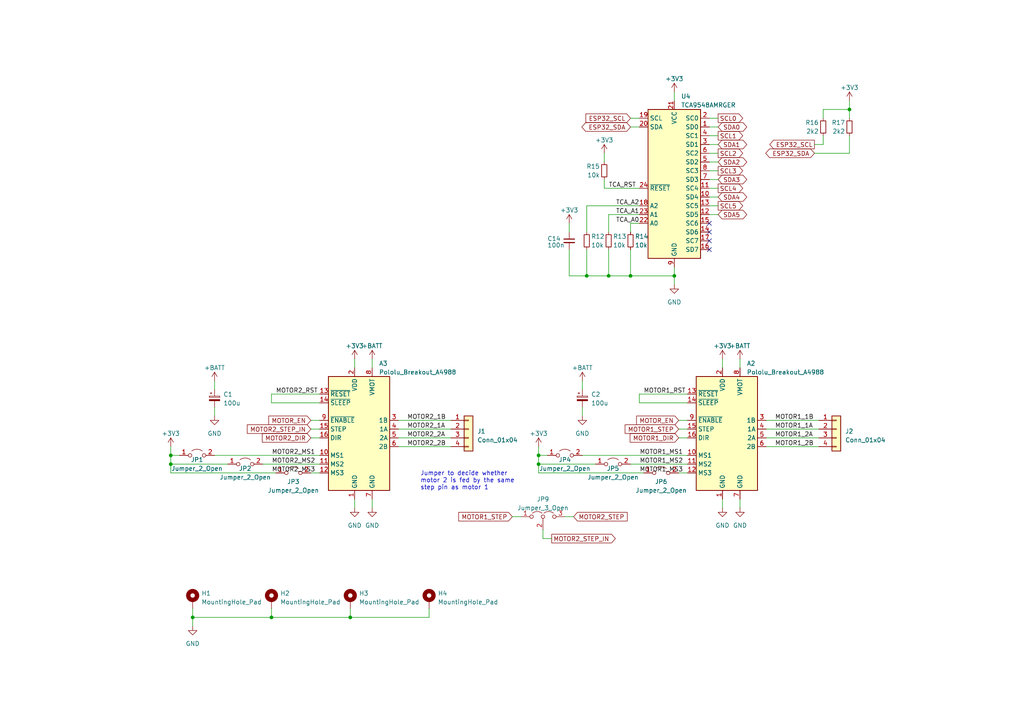
<source format=kicad_sch>
(kicad_sch (version 20230121) (generator eeschema)
  (paper "A4")
  (lib_symbols
    (symbol "Connector_Generic:Conn_01x04" (pin_names (offset 1.016) hide)
      (property "Reference" "J" (at 0 5.08 0))
      (property "Value" "Conn_01x04" (at 0 -7.62 0))
      (symbol "Conn_01x04_1_1"
        (rectangle (start -1.27 -4.953) (end 0 -5.207) (stroke (width 0.1524)))
        (rectangle (start -1.27 -2.413) (end 0 -2.667) (stroke (width 0.1524)))
        (rectangle (start -1.27 0.127) (end 0 -0.127) (stroke (width 0.1524)))
        (rectangle (start -1.27 2.667) (end 0 2.413) (stroke (width 0.1524)))
        (rectangle (start -1.27 3.81) (end 1.27 -6.35) (stroke (width 0.254)) (fill (type background)))
        (pin passive line (at -5.08 2.54 0) (length 3.81) (name "Pin_1") (number "1"))
        (pin passive line (at -5.08 0 0) (length 3.81) (name "Pin_2") (number "2"))
        (pin passive line (at -5.08 -2.54 0) (length 3.81) (name "Pin_3") (number "3"))
        (pin passive line (at -5.08 -5.08 0) (length 3.81) (name "Pin_4") (number "4"))
      )
    )
    (symbol "Device:C_Polarized_Small" (pin_numbers hide) (pin_names (offset 0.254) hide)
      (property "Reference" "C" (at 0.254 1.778 0))
      (property "Value" "C_Polarized_Small" (at 0.254 -2.032 0))
      (symbol "C_Polarized_Small_0_1"
        (rectangle (start -1.524 -0.3048) (end 1.524 -0.6858) (fill (type outline)))
        (rectangle (start -1.524 0.6858) (end 1.524 0.3048))
        (polyline (pts (xy -1.27 1.524) (xy -0.762 1.524)))
        (polyline (pts (xy -1.016 1.27) (xy -1.016 1.778)))
      )
      (symbol "C_Polarized_Small_1_1"
        (pin passive line (at 0 2.54 270) (length 1.8542) (name "~") (number "1"))
        (pin passive line (at 0 -2.54 90) (length 1.8542) (name "~") (number "2"))
      )
    )
    (symbol "Device:C_Small" (pin_numbers hide) (pin_names (offset 0.254) hide)
      (property "Reference" "C" (at 0.254 1.778 0))
      (property "Value" "C_Small" (at 0.254 -2.032 0))
      (symbol "C_Small_0_1"
        (polyline (pts (xy -1.524 -0.508) (xy 1.524 -0.508)) (stroke (width 0.3302)))
        (polyline (pts (xy -1.524 0.508) (xy 1.524 0.508)) (stroke (width 0.3048)))
      )
      (symbol "C_Small_1_1"
        (pin passive line (at 0 2.54 270) (length 2.032) (name "~") (number "1"))
        (pin passive line (at 0 -2.54 90) (length 2.032) (name "~") (number "2"))
      )
    )
    (symbol "Device:LED_Small" (pin_numbers hide) (pin_names (offset 0.254) hide)
      (property "Reference" "D" (at -1.27 3.175 0))
      (property "Value" "LED_Small" (at -4.445 -2.54 0))
      (symbol "LED_Small_0_1"
        (polyline (pts (xy -0.762 -1.016) (xy -0.762 1.016)) (stroke (width 0.254)))
        (polyline (pts (xy 1.016 0) (xy -0.762 0)))
        (polyline (pts (xy 0.762 -1.016) (xy -0.762 0) (xy 0.762 1.016) (xy 0.762 -1.016)) (stroke (width 0.254)))
        (polyline (pts (xy 0 0.762) (xy -0.508 1.27) (xy -0.254 1.27) (xy -0.508 1.27) (xy -0.508 1.016)))
        (polyline (pts (xy 0.508 1.27) (xy 0 1.778) (xy 0.254 1.778) (xy 0 1.778) (xy 0 1.524)))
      )
      (symbol "LED_Small_1_1"
        (pin passive line (at -2.54 0 0) (length 1.778) (name "K") (number "1"))
        (pin passive line (at 2.54 0 180) (length 1.778) (name "A") (number "2"))
      )
    )
    (symbol "Device:R_Small" (pin_numbers hide) (pin_names (offset 0.254) hide)
      (property "Reference" "R" (at 0.762 0.508 0))
      (property "Value" "R_Small" (at 0.762 -1.016 0))
      (symbol "R_Small_0_1"
        (rectangle (start -0.762 1.778) (end 0.762 -1.778) (stroke (width 0.2032)))
      )
      (symbol "R_Small_1_1"
        (pin passive line (at 0 2.54 270) (length 0.762) (name "~") (number "1"))
        (pin passive line (at 0 -2.54 90) (length 0.762) (name "~") (number "2"))
      )
    )
    (symbol "Driver_Motor:Pololu_Breakout_A4988"
      (property "Reference" "A" (at -2.54 19.05 0))
      (property "Value" "Pololu_Breakout_A4988" (at -2.54 16.51 0))
      (symbol "Pololu_Breakout_A4988_0_1"
        (rectangle (start 10.16 -17.78) (end -7.62 15.24) (stroke (width 0.254)) (fill (type background)))
      )
      (symbol "Pololu_Breakout_A4988_1_1"
        (pin power_in line (at 0 -20.32 90) (length 2.54) (name "GND") (number "1"))
        (pin input line (at -10.16 -7.62 0) (length 2.54) (name "MS1") (number "10"))
        (pin input line (at -10.16 -10.16 0) (length 2.54) (name "MS2") (number "11"))
        (pin input line (at -10.16 -12.7 0) (length 2.54) (name "MS3") (number "12"))
        (pin input line (at -10.16 10.16 0) (length 2.54) (name "~{RESET}") (number "13"))
        (pin input line (at -10.16 7.62 0) (length 2.54) (name "~{SLEEP}") (number "14"))
        (pin input line (at -10.16 0 0) (length 2.54) (name "STEP") (number "15"))
        (pin input line (at -10.16 -2.54 0) (length 2.54) (name "DIR") (number "16"))
        (pin power_in line (at 0 17.78 270) (length 2.54) (name "VDD") (number "2"))
        (pin output line (at 12.7 2.54 180) (length 2.54) (name "1B") (number "3"))
        (pin output line (at 12.7 0 180) (length 2.54) (name "1A") (number "4"))
        (pin output line (at 12.7 -2.54 180) (length 2.54) (name "2A") (number "5"))
        (pin output line (at 12.7 -5.08 180) (length 2.54) (name "2B") (number "6"))
        (pin power_in line (at 5.08 -20.32 90) (length 2.54) (name "GND") (number "7"))
        (pin power_in line (at 5.08 17.78 270) (length 2.54) (name "VMOT") (number "8"))
        (pin input line (at -10.16 2.54 0) (length 2.54) (name "~{ENABLE}") (number "9"))
      )
    )
    (symbol "Interface_Expansion:TCA9548AMRGER"
      (property "Reference" "U4" (at 1.9559 24.13 0))
      (property "Value" "TCA9548AMRGER" (at 1.9559 21.59 0))
      (symbol "TCA9548AMRGER_0_1"
        (rectangle (start -7.62 20.32) (end 7.62 -22.86) (stroke (width 0.254)) (fill (type background)))
      )
      (symbol "TCA9548AMRGER_1_1"
        (pin bidirectional line (at 10.16 15.24 180) (length 2.54) (name "SD0") (number "1"))
        (pin bidirectional line (at 10.16 -5.08 180) (length 2.54) (name "SD4") (number "10"))
        (pin output line (at 10.16 -2.54 180) (length 2.54) (name "SC4") (number "11"))
        (pin bidirectional line (at 10.16 -10.16 180) (length 2.54) (name "SD5") (number "12"))
        (pin output line (at 10.16 -7.62 180) (length 2.54) (name "SC5") (number "13"))
        (pin bidirectional line (at 10.16 -15.24 180) (length 2.54) (name "SD6") (number "14"))
        (pin output line (at 10.16 -12.7 180) (length 2.54) (name "SC6") (number "15"))
        (pin bidirectional line (at 10.16 -20.32 180) (length 2.54) (name "SD7") (number "16"))
        (pin output line (at 10.16 -17.78 180) (length 2.54) (name "SC7") (number "17"))
        (pin input line (at -10.16 -7.62 0) (length 2.54) (name "A2") (number "18"))
        (pin input line (at -10.16 17.78 0) (length 2.54) (name "SCL") (number "19"))
        (pin output line (at 10.16 17.78 180) (length 2.54) (name "SC0") (number "2"))
        (pin bidirectional line (at -10.16 15.24 0) (length 2.54) (name "SDA") (number "20"))
        (pin power_in line (at 0 22.86 270) (length 2.54) (name "VCC") (number "21"))
        (pin input line (at -10.16 -12.7 0) (length 2.54) (name "A0") (number "22"))
        (pin input line (at -10.16 -10.16 0) (length 2.54) (name "A1") (number "23"))
        (pin input line (at -10.16 -2.54 0) (length 2.54) (name "~{RESET}") (number "24"))
        (pin no_connect line (at -7.62 -15.24 0) (length 2.54) hide (name "1EP") (number "25"))
        (pin bidirectional line (at 10.16 10.16 180) (length 2.54) (name "SD1") (number "3"))
        (pin output line (at 10.16 12.7 180) (length 2.54) (name "SC1") (number "4"))
        (pin bidirectional line (at 10.16 5.08 180) (length 2.54) (name "SD2") (number "5"))
        (pin output line (at 10.16 7.62 180) (length 2.54) (name "SC2") (number "6"))
        (pin bidirectional line (at 10.16 0 180) (length 2.54) (name "SD3") (number "7"))
        (pin output line (at 10.16 2.54 180) (length 2.54) (name "SC3") (number "8"))
        (pin power_in line (at 0 -25.4 90) (length 2.54) (name "GND") (number "9"))
      )
    )
    (symbol "Jumper:Jumper_2_Open" (pin_names (offset 0) hide)
      (property "Reference" "JP" (at 0 2.794 0))
      (property "Value" "Jumper_2_Open" (at 0 -2.286 0))
      (symbol "Jumper_2_Open_0_0"
        (circle (center -2.032 0) (radius 0.508))
        (circle (center 2.032 0) (radius 0.508))
      )
      (symbol "Jumper_2_Open_0_1"
        (arc (start 1.524 1.27) (mid 0 1.778) (end -1.524 1.27))
      )
      (symbol "Jumper_2_Open_1_1"
        (pin passive line (at -5.08 0 0) (length 2.54) (name "A") (number "1"))
        (pin passive line (at 5.08 0 180) (length 2.54) (name "B") (number "2"))
      )
    )
    (symbol "Jumper:Jumper_3_Open" (pin_names (offset 0) hide)
      (property "Reference" "JP" (at -2.54 -2.54 0))
      (property "Value" "Jumper_3_Open" (at 0 2.794 0))
      (symbol "Jumper_3_Open_0_0"
        (circle (center -3.302 0) (radius 0.508))
        (circle (center 0 0) (radius 0.508))
        (circle (center 3.302 0) (radius 0.508))
      )
      (symbol "Jumper_3_Open_0_1"
        (arc (start -0.254 1.016) (mid -1.651 1.4992) (end -3.048 1.016))
        (polyline (pts (xy 0 -0.508) (xy 0 -1.27)))
        (arc (start 3.048 1.016) (mid 1.651 1.4992) (end 0.254 1.016))
      )
      (symbol "Jumper_3_Open_1_1"
        (pin passive line (at -6.35 0 0) (length 2.54) (name "A") (number "1"))
        (pin passive line (at 0 -3.81 90) (length 2.54) (name "C") (number "2"))
        (pin passive line (at 6.35 0 180) (length 2.54) (name "B") (number "3"))
      )
    )
    (symbol "Mechanical:MountingHole_Pad" (pin_numbers hide) (pin_names (offset 1.016) hide)
      (property "Reference" "H" (at 0 6.35 0))
      (property "Value" "MountingHole_Pad" (at 0 4.445 0))
      (symbol "MountingHole_Pad_0_1"
        (circle (center 0 1.27) (radius 1.27) (stroke (width 1.27)))
      )
      (symbol "MountingHole_Pad_1_1"
        (pin input line (at 0 -2.54 90) (length 2.54) (name "1") (number "1"))
      )
    )
    (symbol "Personal Library:UNO_R3_SHIELD"
      (property "Reference" "A1" (at -7.62 26.67 0))
      (property "Value" "UNO_R3_SHIELD" (at -7.62 24.13 0))
      (symbol "UNO_R3_SHIELD_0_1"
        (rectangle (start -10.16 21.59) (end 10.16 -21.59) (stroke (width 0.254)) (fill (type background)))
      )
      (symbol "UNO_R3_SHIELD_1_1"
        (pin bidirectional line (at -12.7 19.05 0) (length 2.54) (name "D0/RX") (number "15"))
        (pin bidirectional line (at -12.7 16.51 0) (length 2.54) (name "D1/TX") (number "16"))
        (pin bidirectional line (at -12.7 13.97 0) (length 2.54) (name "D2") (number "17"))
        (pin bidirectional line (at -12.7 11.43 0) (length 2.54) (name "D3") (number "18"))
        (pin bidirectional line (at -12.7 8.89 0) (length 2.54) (name "D4") (number "19"))
        (pin bidirectional line (at -12.7 6.35 0) (length 2.54) (name "D5") (number "20"))
        (pin bidirectional line (at -12.7 3.81 0) (length 2.54) (name "D6") (number "21"))
        (pin bidirectional line (at -12.7 1.27 0) (length 2.54) (name "D7") (number "22"))
        (pin bidirectional line (at -12.7 -1.27 0) (length 2.54) (name "D8") (number "23"))
        (pin bidirectional line (at -12.7 -3.81 0) (length 2.54) (name "D9") (number "24"))
        (pin bidirectional line (at -12.7 -6.35 0) (length 2.54) (name "D10") (number "25"))
        (pin bidirectional line (at -12.7 -8.89 0) (length 2.54) (name "D11") (number "26"))
        (pin bidirectional line (at -12.7 -11.43 0) (length 2.54) (name "D12") (number "27"))
        (pin bidirectional line (at -12.7 -13.97 0) (length 2.54) (name "D13") (number "28"))
        (pin power_in line (at 3.81 -24.13 90) (length 2.54) (name "GND") (number "29"))
        (pin no_connect line (at 12.7 -13.97 180) (length 2.54) (name "NC") (number "30"))
        (pin bidirectional line (at -12.7 -16.51 0) (length 2.54) (name "SDA/D14") (number "31"))
        (pin bidirectional line (at -12.7 -19.05 0) (length 2.54) (name "SCL/D15") (number "32"))
      )
    )
    (symbol "power:+3V3" (power) (pin_names (offset 0))
      (property "Value" "+3V3" (at 0 3.556 0))
      (symbol "+3V3_0_1"
        (polyline (pts (xy -0.762 1.27) (xy 0 2.54)))
        (polyline (pts (xy 0 0) (xy 0 2.54)))
        (polyline (pts (xy 0 2.54) (xy 0.762 1.27)))
      )
      (symbol "+3V3_1_1"
        (pin power_in line (at 0 0 90) (length 0) hide (name "+3V3") (number "1"))
      )
    )
    (symbol "power:+BATT" (power) (pin_names (offset 0))
      (property "Value" "+BATT" (at 0 3.556 0))
      (symbol "+BATT_0_1"
        (polyline (pts (xy -0.762 1.27) (xy 0 2.54)))
        (polyline (pts (xy 0 0) (xy 0 2.54)))
        (polyline (pts (xy 0 2.54) (xy 0.762 1.27)))
      )
      (symbol "+BATT_1_1"
        (pin power_in line (at 0 0 90) (length 0) hide (name "+BATT") (number "1"))
      )
    )
    (symbol "power:GND" (power) (pin_names (offset 0))
      (property "Value" "GND" (at 0 -3.81 0))
      (symbol "GND_0_1"
        (polyline (pts (xy 0 0) (xy 0 -1.27) (xy 1.27 -1.27) (xy 0 -2.54) (xy -1.27 -1.27) (xy 0 -1.27)))
      )
      (symbol "GND_1_1"
        (pin power_in line (at 0 0 270) (length 0) hide (name "GND") (number "1"))
      )
    )
  )
  (junction (at 170.18 80.01))
  (junction (at 49.53 134.62))
  (junction (at 182.88 80.01))
  (junction (at 49.53 132.08))
  (junction (at 156.21 132.08))
  (junction (at 78.74 179.07))
  (junction (at 176.53 80.01))
  (junction (at 246.38 31.75))
  (junction (at 156.21 134.62))
  (junction (at 195.58 80.01))
  (junction (at 55.88 179.07))
  (junction (at 101.6 179.07))
  (no_connect (at 358.14 33.02))
  (no_connect (at 205.74 64.77))
  (no_connect (at 205.74 72.39))
  (no_connect (at 358.14 35.56))
  (no_connect (at 358.14 38.1))
  (no_connect (at 358.14 30.48))
  (no_connect (at 358.14 25.4))
  (no_connect (at 358.14 27.94))
  (no_connect (at 358.14 43.18))
  (no_connect (at 358.14 40.64))
  (no_connect (at 205.74 69.85))
  (no_connect (at 205.74 67.31))
  (no_connect (at 358.14 22.86))
  (wire (pts (xy 55.88 179.07) (xy 55.88 176.53)))
  (wire (pts (xy 182.88 67.31) (xy 182.88 64.77)))
  (wire (pts (xy 355.6 50.8) (xy 358.14 50.8)))
  (wire (pts (xy 130.81 124.46) (xy 115.57 124.46)))
  (wire (pts (xy 195.58 26.67) (xy 195.58 29.21)))
  (wire (pts (xy 62.23 132.08) (xy 92.71 132.08)))
  (wire (pts (xy 339.09 45.72) (xy 358.14 45.72)))
  (wire (pts (xy 208.28 34.29) (xy 205.74 34.29)))
  (wire (pts (xy 176.53 62.23) (xy 185.42 62.23)))
  (wire (pts (xy 130.81 121.92) (xy 115.57 121.92)))
  (wire (pts (xy 168.91 118.11) (xy 168.91 120.65)))
  (wire (pts (xy 62.23 110.49) (xy 62.23 113.03)))
  (wire (pts (xy 49.53 132.08) (xy 52.07 132.08)))
  (wire (pts (xy 195.58 82.55) (xy 195.58 80.01)))
  (wire (pts (xy 182.88 72.39) (xy 182.88 80.01)))
  (wire (pts (xy 175.26 44.45) (xy 175.26 46.99)))
  (wire (pts (xy 90.17 137.16) (xy 92.71 137.16)))
  (wire (pts (xy 214.63 104.14) (xy 214.63 106.68)))
  (wire (pts (xy 168.91 132.08) (xy 199.39 132.08)))
  (wire (pts (xy 156.21 132.08) (xy 156.21 134.62)))
  (wire (pts (xy 182.88 134.62) (xy 199.39 134.62)))
  (wire (pts (xy 156.21 134.62) (xy 172.72 134.62)))
  (wire (pts (xy 166.37 149.86) (xy 163.83 149.86)))
  (wire (pts (xy 107.95 104.14) (xy 107.95 106.68)))
  (wire (pts (xy 355.6 48.26) (xy 358.14 48.26)))
  (wire (pts (xy 237.49 121.92) (xy 222.25 121.92)))
  (wire (pts (xy 78.74 116.84) (xy 78.74 114.3)))
  (wire (pts (xy 62.23 118.11) (xy 62.23 120.65)))
  (wire (pts (xy 205.74 39.37) (xy 208.28 39.37)))
  (wire (pts (xy 182.88 36.83) (xy 185.42 36.83)))
  (wire (pts (xy 355.6 20.32) (xy 358.14 20.32)))
  (wire (pts (xy 90.17 124.46) (xy 92.71 124.46)))
  (wire (pts (xy 182.88 34.29) (xy 185.42 34.29)))
  (wire (pts (xy 237.49 124.46) (xy 222.25 124.46)))
  (wire (pts (xy 49.53 132.08) (xy 49.53 134.62)))
  (wire (pts (xy 55.88 179.07) (xy 55.88 181.61)))
  (wire (pts (xy 182.88 64.77) (xy 185.42 64.77)))
  (wire (pts (xy 156.21 132.08) (xy 158.75 132.08)))
  (wire (pts (xy 237.49 129.54) (xy 222.25 129.54)))
  (wire (pts (xy 205.74 59.69) (xy 208.28 59.69)))
  (wire (pts (xy 209.55 104.14) (xy 209.55 106.68)))
  (wire (pts (xy 236.22 41.91) (xy 238.76 41.91)))
  (wire (pts (xy 165.1 72.39) (xy 165.1 80.01)))
  (wire (pts (xy 78.74 179.07) (xy 55.88 179.07)))
  (wire (pts (xy 374.65 63.5) (xy 374.65 60.96)))
  (wire (pts (xy 205.74 44.45) (xy 208.28 44.45)))
  (wire (pts (xy 238.76 41.91) (xy 238.76 39.37)))
  (wire (pts (xy 78.74 116.84) (xy 92.71 116.84)))
  (wire (pts (xy 355.6 17.78) (xy 358.14 17.78)))
  (wire (pts (xy 148.59 149.86) (xy 151.13 149.86)))
  (wire (pts (xy 176.53 67.31) (xy 176.53 62.23)))
  (wire (pts (xy 237.49 127) (xy 222.25 127)))
  (wire (pts (xy 165.1 80.01) (xy 170.18 80.01)))
  (wire (pts (xy 339.09 53.34) (xy 339.09 55.88)))
  (wire (pts (xy 76.2 134.62) (xy 92.71 134.62)))
  (wire (pts (xy 196.85 124.46) (xy 199.39 124.46)))
  (wire (pts (xy 175.26 54.61) (xy 185.42 54.61)))
  (wire (pts (xy 170.18 72.39) (xy 170.18 80.01)))
  (wire (pts (xy 101.6 179.07) (xy 78.74 179.07)))
  (wire (pts (xy 90.17 127) (xy 92.71 127)))
  (wire (pts (xy 90.17 121.92) (xy 92.71 121.92)))
  (wire (pts (xy 101.6 176.53) (xy 101.6 179.07)))
  (wire (pts (xy 185.42 114.3) (xy 199.39 114.3)))
  (wire (pts (xy 49.53 129.54) (xy 49.53 132.08)))
  (wire (pts (xy 49.53 137.16) (xy 80.01 137.16)))
  (wire (pts (xy 156.21 129.54) (xy 156.21 132.08)))
  (wire (pts (xy 176.53 72.39) (xy 176.53 80.01)))
  (wire (pts (xy 176.53 80.01) (xy 182.88 80.01)))
  (wire (pts (xy 339.09 48.26) (xy 339.09 45.72)))
  (wire (pts (xy 205.74 49.53) (xy 208.28 49.53)))
  (wire (pts (xy 355.6 55.88) (xy 358.14 55.88)))
  (wire (pts (xy 205.74 54.61) (xy 208.28 54.61)))
  (wire (pts (xy 124.46 179.07) (xy 101.6 179.07)))
  (wire (pts (xy 124.46 176.53) (xy 124.46 179.07)))
  (wire (pts (xy 182.88 80.01) (xy 195.58 80.01)))
  (wire (pts (xy 196.85 127) (xy 199.39 127)))
  (wire (pts (xy 157.48 153.67) (xy 157.48 156.21)))
  (wire (pts (xy 157.48 156.21) (xy 160.02 156.21)))
  (wire (pts (xy 246.38 44.45) (xy 246.38 39.37)))
  (wire (pts (xy 236.22 44.45) (xy 246.38 44.45)))
  (wire (pts (xy 238.76 31.75) (xy 246.38 31.75)))
  (wire (pts (xy 196.85 121.92) (xy 199.39 121.92)))
  (wire (pts (xy 209.55 147.32) (xy 209.55 144.78)))
  (wire (pts (xy 339.09 63.5) (xy 339.09 60.96)))
  (wire (pts (xy 49.53 134.62) (xy 49.53 137.16)))
  (wire (pts (xy 185.42 116.84) (xy 199.39 116.84)))
  (wire (pts (xy 168.91 110.49) (xy 168.91 113.03)))
  (wire (pts (xy 205.74 62.23) (xy 208.28 62.23)))
  (wire (pts (xy 78.74 176.53) (xy 78.74 179.07)))
  (wire (pts (xy 205.74 57.15) (xy 208.28 57.15)))
  (wire (pts (xy 205.74 52.07) (xy 208.28 52.07)))
  (wire (pts (xy 246.38 29.21) (xy 246.38 31.75)))
  (wire (pts (xy 156.21 134.62) (xy 156.21 137.16)))
  (wire (pts (xy 175.26 54.61) (xy 175.26 52.07)))
  (wire (pts (xy 107.95 147.32) (xy 107.95 144.78)))
  (wire (pts (xy 78.74 114.3) (xy 92.71 114.3)))
  (wire (pts (xy 170.18 67.31) (xy 170.18 59.69)))
  (wire (pts (xy 355.6 53.34) (xy 358.14 53.34)))
  (wire (pts (xy 185.42 116.84) (xy 185.42 114.3)))
  (wire (pts (xy 102.87 147.32) (xy 102.87 144.78)))
  (wire (pts (xy 49.53 134.62) (xy 66.04 134.62)))
  (wire (pts (xy 246.38 31.75) (xy 246.38 34.29)))
  (wire (pts (xy 156.21 137.16) (xy 186.69 137.16)))
  (wire (pts (xy 205.74 46.99) (xy 208.28 46.99)))
  (wire (pts (xy 205.74 41.91) (xy 208.28 41.91)))
  (wire (pts (xy 195.58 80.01) (xy 195.58 77.47)))
  (wire (pts (xy 102.87 104.14) (xy 102.87 106.68)))
  (wire (pts (xy 170.18 80.01) (xy 176.53 80.01)))
  (wire (pts (xy 165.1 64.77) (xy 165.1 67.31)))
  (wire (pts (xy 238.76 34.29) (xy 238.76 31.75)))
  (wire (pts (xy 170.18 59.69) (xy 185.42 59.69)))
  (wire (pts (xy 130.81 129.54) (xy 115.57 129.54)))
  (wire (pts (xy 130.81 127) (xy 115.57 127)))
  (wire (pts (xy 205.74 36.83) (xy 208.28 36.83)))
  (wire (pts (xy 196.85 137.16) (xy 199.39 137.16)))
  (wire (pts (xy 214.63 147.32) (xy 214.63 144.78)))
  (text "Jumper to decide whether\nmotor 2 is fed by the same\nstep pin as motor 1" (at 121.92 142.24 0) (effects (font (size 1.27 1.27)) (justify left bottom)))
  (label "TCA_RST" (at 176.53 54.61 0))
  (label "MOTOR1_RST" (at 186.69 114.3 0))
  (label "FPGA_LED_K" (at 339.09 55.88 180))
  (label "FPGA_LED_A" (at 342.9 45.72 0))
  (label "MOTOR2_MS3" (at 91.44 137.16 180))
  (label "MOTOR2_MS1" (at 91.44 132.08 180))
  (label "MOTOR2_MS2" (at 91.44 134.62 180))
  (label "MOTOR1_1A" (at 224.79 124.46 0))
  (label "MOTOR1_MS3" (at 198.12 137.16 180))
  (label "MOTOR2_1A" (at 118.11 124.46 0))
  (label "MOTOR1_1B" (at 224.79 121.92 0))
  (label "MOTOR1_2A" (at 224.79 127 0))
  (label "MOTOR2_1B" (at 118.11 121.92 0))
  (label "MOTOR1_2B" (at 224.79 129.54 0))
  (label "TCA_A0" (at 185.42 64.77 180))
  (label "MOTOR2_2B" (at 118.11 129.54 0))
  (label "MOTOR2_2A" (at 118.11 127 0))
  (label "MOTOR1_MS1" (at 198.12 132.08 180))
  (label "MOTOR2_RST" (at 80.01 114.3 0))
  (label "TCA_A1" (at 185.42 62.23 180))
  (label "TCA_A2" (at 185.42 59.69 180))
  (label "MOTOR1_MS2" (at 198.12 134.62 180))
  (global_label "ESP32_SCL" (shape output) (at 236.22 41.91 180) (property "Intersheetrefs" "${INTERSHEET_REFS}" (effects hide)))
  (global_label "MOTOR1_STEP" (shape input) (at 196.85 124.46 180) (property "Intersheetrefs" "${INTERSHEET_REFS}" (effects hide)))
  (global_label "MOTOR2_STEP_IN" (shape input) (at 90.17 124.46 180) (property "Intersheetrefs" "${INTERSHEET_REFS}" (effects hide)))
  (global_label "SDA5" (shape bidirectional) (at 208.28 62.23 0) (property "Intersheetrefs" "${INTERSHEET_REFS}" (effects hide)))
  (global_label "ESP32_TX" (shape input) (at 355.6 17.78 180) (property "Intersheetrefs" "${INTERSHEET_REFS}" (effects hide)))
  (global_label "SCL1" (shape output) (at 208.28 39.37 0) (property "Intersheetrefs" "${INTERSHEET_REFS}" (effects hide)))
  (global_label "MOTOR1_STEP" (shape input) (at 148.59 149.86 180) (property "Intersheetrefs" "${INTERSHEET_REFS}" (effects hide)))
  (global_label "ESP32_SCL" (shape input) (at 182.88 34.29 180) (property "Intersheetrefs" "${INTERSHEET_REFS}" (effects hide)))
  (global_label "FPGA_GPIO" (shape bidirectional) (at 355.6 48.26 180) (property "Intersheetrefs" "${INTERSHEET_REFS}" (effects hide)))
  (global_label "SCL3" (shape output) (at 208.28 49.53 0) (property "Intersheetrefs" "${INTERSHEET_REFS}" (effects hide)))
  (global_label "MOTOR2_STEP" (shape input) (at 166.37 149.86 0) (property "Intersheetrefs" "${INTERSHEET_REFS}" (effects hide)))
  (global_label "SCL5" (shape output) (at 208.28 59.69 0) (property "Intersheetrefs" "${INTERSHEET_REFS}" (effects hide)))
  (global_label "SDA4" (shape bidirectional) (at 208.28 57.15 0) (property "Intersheetrefs" "${INTERSHEET_REFS}" (effects hide)))
  (global_label "SDA3" (shape bidirectional) (at 208.28 52.07 0) (property "Intersheetrefs" "${INTERSHEET_REFS}" (effects hide)))
  (global_label "MOTOR2_STEP_IN" (shape output) (at 160.02 156.21 0) (property "Intersheetrefs" "${INTERSHEET_REFS}" (effects hide)))
  (global_label "SCL4" (shape output) (at 208.28 54.61 0) (property "Intersheetrefs" "${INTERSHEET_REFS}" (effects hide)))
  (global_label "ESP32_RX" (shape output) (at 355.6 20.32 180) (property "Intersheetrefs" "${INTERSHEET_REFS}" (effects hide)))
  (global_label "MOTOR2_DIR" (shape input) (at 90.17 127 180) (property "Intersheetrefs" "${INTERSHEET_REFS}" (effects hide)))
  (global_label "SCL0" (shape output) (at 208.28 34.29 0) (property "Intersheetrefs" "${INTERSHEET_REFS}" (effects hide)))
  (global_label "MOTOR_EN" (shape input) (at 196.85 121.92 180) (property "Intersheetrefs" "${INTERSHEET_REFS}" (effects hide)))
  (global_label "MOTOR1_DIR" (shape input) (at 196.85 127 180) (property "Intersheetrefs" "${INTERSHEET_REFS}" (effects hide)))
  (global_label "SDA2" (shape bidirectional) (at 208.28 46.99 0) (property "Intersheetrefs" "${INTERSHEET_REFS}" (effects hide)))
  (global_label "FPGA_INT" (shape output) (at 355.6 50.8 180) (property "Intersheetrefs" "${INTERSHEET_REFS}" (effects hide)))
  (global_label "ESP32_SDA" (shape bidirectional) (at 355.6 53.34 180) (property "Intersheetrefs" "${INTERSHEET_REFS}" (effects hide)))
  (global_label "SDA0" (shape bidirectional) (at 208.28 36.83 0) (property "Intersheetrefs" "${INTERSHEET_REFS}" (effects hide)))
  (global_label "SDA1" (shape bidirectional) (at 208.28 41.91 0) (property "Intersheetrefs" "${INTERSHEET_REFS}" (effects hide)))
  (global_label "ESP32_SDA" (shape bidirectional) (at 236.22 44.45 180) (property "Intersheetrefs" "${INTERSHEET_REFS}" (effects hide)))
  (global_label "ESP32_SDA" (shape bidirectional) (at 182.88 36.83 180) (property "Intersheetrefs" "${INTERSHEET_REFS}" (effects hide)))
  (global_label "SCL2" (shape output) (at 208.28 44.45 0) (property "Intersheetrefs" "${INTERSHEET_REFS}" (effects hide)))
  (global_label "MOTOR_EN" (shape input) (at 90.17 121.92 180) (property "Intersheetrefs" "${INTERSHEET_REFS}" (effects hide)))
  (global_label "ESP32_SCL" (shape input) (at 355.6 55.88 180) (property "Intersheetrefs" "${INTERSHEET_REFS}" (effects hide)))
  (symbol (lib_id "power:+3V3") (at 165.1 64.77 0) (unit 1)
    (property "Reference" "#PWR047" (effects hide))
    (property "Value" "+3V3" (at 165.1 60.96 0))
    (instances (project "DE10-lite_shield" (path "" (reference "#PWR047") (unit 1)) (path "" (reference "#PWR011") (unit 1)) (path "" (reference "#PWR011") (unit 1))))
  )
  (symbol (lib_id "Connector_Generic:Conn_01x04") (at 135.89 124.46 0) (unit 1)
    (property "Reference" "J1" (at 138.43 125.095 0) (effects (justify left)))
    (property "Value" "Conn_01x04" (at 138.43 127.635 0) (effects (justify left)))
    (property "Footprint" "Connector_PinHeader_2.54mm:PinHeader_1x04_P2.54mm_Vertical" (effects hide))
  )
  (symbol (lib_id "Mechanical:MountingHole_Pad") (at 78.74 173.99 0) (unit 1)
    (property "Reference" "H2" (at 81.28 172.085 0) (effects (justify left)))
    (property "Value" "MountingHole_Pad" (at 81.28 174.625 0) (effects (justify left)))
    (property "Footprint" "MountingHole:MountingHole_3.2mm_M3_DIN965_Pad" (effects hide))
  )
  (symbol (lib_id "Driver_Motor:Pololu_Breakout_A4988") (at 209.55 124.46 0) (unit 1)
    (property "Reference" "A2" (at 216.5859 105.41 0) (effects (justify left)))
    (property "Value" "Pololu_Breakout_A4988" (at 216.5859 107.95 0) (effects (justify left)))
    (property "Footprint" "Module:Pololu_Breakout-16_15.2x20.3mm" (effects hide))
    (property "Datasheet" "https://www.pololu.com/product/2980/pictures" (effects hide))
    (instances (project "DE10-lite_shield" (path "" (reference "A2") (unit 1)) (path "" (reference "A3") (unit 1))))
  )
  (symbol (lib_id "power:+3V3") (at 49.53 129.54 0) (unit 1)
    (property "Reference" "#PWR05" (effects hide))
    (property "Value" "+3V3" (at 49.53 125.73 0))
  )
  (symbol (lib_id "Personal Library:UNO_R3_SHIELD") (at 370.84 36.83 0) (unit 1)
    (property "Reference" "A1" (at 363.22 10.16 0) (effects (justify left)))
    (property "Value" "UNO_R3_SHIELD" (at 363.22 12.7 0) (effects (justify left)))
    (property "Footprint" "footprints:UNO_R3_SHIELD" (effects hide))
    (property "Datasheet" "https://www.arduino.cc/en/Main/arduinoBoardUno" (effects hide))
  )
  (symbol (lib_id "Connector_Generic:Conn_01x04") (at 242.57 124.46 0) (unit 1)
    (property "Reference" "J2" (at 245.11 125.095 0) (effects (justify left)))
    (property "Value" "Conn_01x04" (at 245.11 127.635 0) (effects (justify left)))
    (property "Footprint" "Connector_PinHeader_2.54mm:PinHeader_1x04_P2.54mm_Vertical" (effects hide))
  )
  (symbol (lib_id "Jumper:Jumper_2_Open") (at 163.83 132.08 0) (unit 1)
    (property "Reference" "JP4" (at 163.83 133.35 0))
    (property "Value" "Jumper_2_Open" (at 163.83 135.89 0))
    (property "Footprint" "Connector_PinHeader_2.54mm:PinHeader_1x02_P2.54mm_Vertical" (effects hide))
    (instances (project "DE10-lite_shield" (path "" (reference "JP4") (unit 1)) (path "" (reference "JP5") (unit 1))))
  )
  (symbol (lib_id "power:GND") (at 214.63 147.32 0) (unit 1)
    (property "Reference" "#PWR020" (effects hide))
    (property "Value" "GND" (at 214.63 152.4 0))
    (instances (project "DE10-lite_shield" (path "" (reference "#PWR020") (unit 1)) (path "" (reference "#PWR024") (unit 1))))
  )
  (symbol (lib_id "power:GND") (at 55.88 181.61 0) (unit 1)
    (property "Reference" "#PWR01" (effects hide))
    (property "Value" "GND" (at 55.88 186.69 0))
  )
  (symbol (lib_id "Device:LED_Small") (at 339.09 50.8 270) (mirror x) (unit 1)
    (property "Reference" "D5" (at 336.55 50.1015 90) (effects (justify right)))
    (property "Value" "LED_B" (at 336.55 52.6415 90) (effects (justify right)))
    (property "Footprint" "LED_SMD:LED_0603_1608Metric" (effects hide))
  )
  (symbol (lib_id "power:+3V3") (at 175.26 44.45 0) (unit 1)
    (property "Reference" "#PWR045" (effects hide))
    (property "Value" "+3V3" (at 175.26 40.64 0))
    (instances (project "DE10-lite_shield" (path "" (reference "#PWR045") (unit 1)) (path "" (reference "#PWR014") (unit 1)) (path "" (reference "#PWR014") (unit 1))))
  )
  (symbol (lib_id "Device:R_Small") (at 170.18 69.85 180) (unit 1)
    (property "Reference" "R12" (at 171.45 68.58 0) (effects (justify right)))
    (property "Value" "10k" (at 171.45 71.12 0) (effects (justify right)))
    (property "Footprint" "Resistor_SMD:R_0402_1005Metric" (effects hide))
    (instances (project "DE10-lite_shield" (path "" (reference "R12") (unit 1)) (path "" (reference "R5") (unit 1)) (path "" (reference "R5") (unit 1))))
  )
  (symbol (lib_id "power:GND") (at 374.65 63.5 0) (unit 1)
    (property "Reference" "#PWR03" (effects hide))
    (property "Value" "GND" (at 374.65 68.58 0))
    (instances (project "DE10-lite_shield" (path "" (reference "#PWR03") (unit 1)) (path "" (reference "#PWR074") (unit 1))))
  )
  (symbol (lib_id "Jumper:Jumper_2_Open") (at 71.12 134.62 0) (unit 1)
    (property "Reference" "JP2" (at 71.12 135.89 0))
    (property "Value" "Jumper_2_Open" (at 71.12 138.43 0))
    (property "Footprint" "Connector_PinHeader_2.54mm:PinHeader_1x02_P2.54mm_Vertical" (effects hide))
  )
  (symbol (lib_id "Jumper:Jumper_2_Open") (at 85.09 137.16 0) (unit 1)
    (property "Reference" "JP3" (at 85.09 139.7 0))
    (property "Value" "Jumper_2_Open" (at 85.09 142.24 0))
    (property "Footprint" "Connector_PinHeader_2.54mm:PinHeader_1x02_P2.54mm_Vertical" (effects hide))
  )
  (symbol (lib_id "power:+3V3") (at 246.38 29.21 0) (unit 1)
    (property "Reference" "#PWR046" (effects hide))
    (property "Value" "+3V3" (at 246.38 25.4 0))
    (instances (project "DE10-lite_shield" (path "" (reference "#PWR046") (unit 1)) (path "" (reference "#PWR041") (unit 1)) (path "" (reference "#PWR041") (unit 1))))
  )
  (symbol (lib_id "Mechanical:MountingHole_Pad") (at 101.6 173.99 0) (unit 1)
    (property "Reference" "H3" (at 104.14 172.085 0) (effects (justify left)))
    (property "Value" "MountingHole_Pad" (at 104.14 174.625 0) (effects (justify left)))
    (property "Footprint" "MountingHole:MountingHole_3.2mm_M3_DIN965_Pad" (effects hide))
  )
  (symbol (lib_id "Jumper:Jumper_2_Open") (at 57.15 132.08 0) (unit 1)
    (property "Reference" "JP1" (at 57.15 133.35 0))
    (property "Value" "Jumper_2_Open" (at 57.15 135.89 0))
    (property "Footprint" "Connector_PinHeader_2.54mm:PinHeader_1x02_P2.54mm_Vertical" (effects hide))
  )
  (symbol (lib_id "power:GND") (at 168.91 120.65 0) (unit 1)
    (property "Reference" "#PWR024" (effects hide))
    (property "Value" "GND" (at 168.91 125.73 0))
    (instances (project "DE10-lite_shield" (path "" (reference "#PWR024") (unit 1)) (path "" (reference "#PWR020") (unit 1))))
  )
  (symbol (lib_id "Device:C_Small") (at 165.1 69.85 0) (unit 1)
    (property "Reference" "C14" (at 158.75 69.2213 0) (effects (justify left)))
    (property "Value" "100n" (at 158.75 71.12 0) (effects (justify left)))
    (property "Footprint" "Capacitor_SMD:C_0402_1005Metric" (effects hide))
    (instances (project "DE10-lite_shield" (path "" (reference "C14") (unit 1)) (path "" (reference "C12") (unit 1)) (path "" (reference "C12") (unit 1))))
  )
  (symbol (lib_id "Mechanical:MountingHole_Pad") (at 124.46 173.99 0) (unit 1)
    (property "Reference" "H4" (at 127 172.085 0) (effects (justify left)))
    (property "Value" "MountingHole_Pad" (at 127 174.625 0) (effects (justify left)))
    (property "Footprint" "MountingHole:MountingHole_3.2mm_M3_DIN965_Pad" (effects hide))
  )
  (symbol (lib_id "Device:R_Small") (at 176.53 69.85 180) (unit 1)
    (property "Reference" "R13" (at 177.8 68.58 0) (effects (justify right)))
    (property "Value" "10k" (at 177.8 71.12 0) (effects (justify right)))
    (property "Footprint" "Resistor_SMD:R_0402_1005Metric" (effects hide))
    (instances (project "DE10-lite_shield" (path "" (reference "R13") (unit 1)) (path "" (reference "R7") (unit 1)) (path "" (reference "R7") (unit 1))))
  )
  (symbol (lib_id "Device:C_Polarized_Small") (at 168.91 115.57 0) (unit 1)
    (property "Reference" "C2" (at 171.45 114.3889 0) (effects (justify left)))
    (property "Value" "100u" (at 171.45 116.9289 0) (effects (justify left)))
    (property "Footprint" "Capacitor_THT:C_Rect_L4.0mm_W2.5mm_P2.50mm" (effects hide))
  )
  (symbol (lib_id "power:+3V3") (at 102.87 104.14 0) (unit 1)
    (property "Reference" "#PWR015" (effects hide))
    (property "Value" "+3V3" (at 102.87 100.33 0))
    (instances (project "DE10-lite_shield" (path "" (reference "#PWR015") (unit 1)) (path "" (reference "#PWR08") (unit 1))))
  )
  (symbol (lib_id "Driver_Motor:Pololu_Breakout_A4988") (at 102.87 124.46 0) (unit 1)
    (property "Reference" "A3" (at 109.9059 105.41 0) (effects (justify left)))
    (property "Value" "Pololu_Breakout_A4988" (at 109.9059 107.95 0) (effects (justify left)))
    (property "Footprint" "Module:Pololu_Breakout-16_15.2x20.3mm" (effects hide))
    (property "Datasheet" "https://www.pololu.com/product/2980/pictures" (effects hide))
    (instances (project "DE10-lite_shield" (path "" (reference "A3") (unit 1)) (path "" (reference "A2") (unit 1))))
  )
  (symbol (lib_id "Jumper:Jumper_3_Open") (at 157.48 149.86 0) (unit 1)
    (property "Reference" "JP9" (at 157.48 144.78 0))
    (property "Value" "Jumper_3_Open" (at 157.48 147.32 0))
    (property "Footprint" "Connector_PinHeader_2.54mm:PinHeader_1x03_P2.54mm_Vertical" (effects hide))
    (instances (project "DE10-lite_shield" (path "" (reference "JP9") (unit 1)) (path "" (reference "JP4") (unit 1))))
  )
  (symbol (lib_id "power:+BATT") (at 214.63 104.14 0) (unit 1)
    (property "Reference" "#PWR019" (effects hide))
    (property "Value" "+BATT" (at 214.63 100.33 0))
    (instances (project "DE10-lite_shield" (path "" (reference "#PWR019") (unit 1)) (path "" (reference "#PWR023") (unit 1))))
  )
  (symbol (lib_id "power:+BATT") (at 107.95 104.14 0) (unit 1)
    (property "Reference" "#PWR017" (effects hide))
    (property "Value" "+BATT" (at 107.95 100.33 0))
    (instances (project "DE10-lite_shield" (path "" (reference "#PWR017") (unit 1)) (path "" (reference "#PWR016") (unit 1))))
  )
  (symbol (lib_id "power:+3V3") (at 195.58 26.67 0) (unit 1)
    (property "Reference" "#PWR014" (effects hide))
    (property "Value" "+3V3" (at 195.58 22.86 0))
    (instances (project "DE10-lite_shield" (path "" (reference "#PWR014") (unit 1)) (path "" (reference "#PWR039") (unit 1)) (path "" (reference "#PWR039") (unit 1))))
  )
  (symbol (lib_id "power:GND") (at 339.09 63.5 0) (mirror y) (unit 1)
    (property "Reference" "#PWR074" (effects hide))
    (property "Value" "GND" (at 339.09 68.58 0))
    (instances (project "DE10-lite_shield" (path "" (reference "#PWR074") (unit 1)) (path "" (reference "#PWR03") (unit 1))))
  )
  (symbol (lib_id "Jumper:Jumper_2_Open") (at 191.77 137.16 0) (unit 1)
    (property "Reference" "JP6" (at 191.77 139.7 0))
    (property "Value" "Jumper_2_Open" (at 191.77 142.24 0))
    (property "Footprint" "Connector_PinHeader_2.54mm:PinHeader_1x02_P2.54mm_Vertical" (effects hide))
    (instances (project "DE10-lite_shield" (path "" (reference "JP6") (unit 1)) (path "" (reference "JP7") (unit 1))))
  )
  (symbol (lib_id "power:GND") (at 107.95 147.32 0) (unit 1)
    (property "Reference" "#PWR08" (effects hide))
    (property "Value" "GND" (at 107.95 152.4 0))
    (instances (project "DE10-lite_shield" (path "" (reference "#PWR08") (unit 1)) (path "" (reference "#PWR017") (unit 1))))
  )
  (symbol (lib_id "power:GND") (at 195.58 82.55 0) (unit 1)
    (property "Reference" "#PWR011" (effects hide))
    (property "Value" "GND" (at 195.58 87.63 0))
    (instances (project "DE10-lite_shield" (path "" (reference "#PWR011") (unit 1)) (path "" (reference "#PWR040") (unit 1)) (path "" (reference "#PWR040") (unit 1))))
  )
  (symbol (lib_id "Device:R_Small") (at 182.88 69.85 180) (unit 1)
    (property "Reference" "R14" (at 184.15 68.58 0) (effects (justify right)))
    (property "Value" "10k" (at 184.15 71.12 0) (effects (justify right)))
    (property "Footprint" "Resistor_SMD:R_0402_1005Metric" (effects hide))
    (instances (project "DE10-lite_shield" (path "" (reference "R14") (unit 1)) (path "" (reference "R8") (unit 1)) (path "" (reference "R8") (unit 1))))
  )
  (symbol (lib_id "Device:R_Small") (at 175.26 49.53 0) (mirror x) (unit 1)
    (property "Reference" "R15" (at 173.99 48.26 0) (effects (justify right)))
    (property "Value" "10k" (at 173.99 50.8 0) (effects (justify right)))
    (property "Footprint" "Resistor_SMD:R_0402_1005Metric" (effects hide))
    (instances (project "DE10-lite_shield" (path "" (reference "R15") (unit 1)) (path "" (reference "R6") (unit 1)) (path "" (reference "R6") (unit 1))))
  )
  (symbol (lib_id "power:+3V3") (at 209.55 104.14 0) (unit 1)
    (property "Reference" "#PWR016" (effects hide))
    (property "Value" "+3V3" (at 209.55 100.33 0))
    (instances (project "DE10-lite_shield" (path "" (reference "#PWR016") (unit 1)) (path "" (reference "#PWR021") (unit 1))))
  )
  (symbol (lib_id "power:GND") (at 62.23 120.65 0) (unit 1)
    (property "Reference" "#PWR022" (effects hide))
    (property "Value" "GND" (at 62.23 125.73 0))
    (instances (project "DE10-lite_shield" (path "" (reference "#PWR022") (unit 1)) (path "" (reference "#PWR07") (unit 1))))
  )
  (symbol (lib_id "Jumper:Jumper_2_Open") (at 177.8 134.62 0) (unit 1)
    (property "Reference" "JP5" (at 177.8 135.89 0))
    (property "Value" "Jumper_2_Open" (at 177.8 138.43 0))
    (property "Footprint" "Connector_PinHeader_2.54mm:PinHeader_1x02_P2.54mm_Vertical" (effects hide))
    (instances (project "DE10-lite_shield" (path "" (reference "JP5") (unit 1)) (path "" (reference "JP6") (unit 1))))
  )
  (symbol (lib_id "Device:R_Small") (at 238.76 36.83 0) (mirror x) (unit 1)
    (property "Reference" "R16" (at 237.49 35.56 0) (effects (justify right)))
    (property "Value" "2k2" (at 237.49 38.1 0) (effects (justify right)))
    (property "Footprint" "Resistor_SMD:R_0402_1005Metric" (effects hide))
    (instances (project "DE10-lite_shield" (path "" (reference "R16") (unit 1)) (path "" (reference "R9") (unit 1)) (path "" (reference "R9") (unit 1))))
  )
  (symbol (lib_id "power:+3V3") (at 156.21 129.54 0) (unit 1)
    (property "Reference" "#PWR06" (effects hide))
    (property "Value" "+3V3" (at 156.21 125.73 0))
    (instances (project "DE10-lite_shield" (path "" (reference "#PWR06") (unit 1)) (path "" (reference "#PWR018") (unit 1))))
  )
  (symbol (lib_id "Interface_Expansion:TCA9548AMRGER") (at 195.58 52.07 0) (unit 1)
    (property "Reference" "U4" (at 197.5359 27.94 0) (effects (justify left)))
    (property "Value" "TCA9548AMRGER" (at 197.5359 30.48 0) (effects (justify left)))
    (property "Footprint" "Package_DFN_QFN:Texas_RGE0024C_EP2.1x2.1mm" (effects hide))
    (property "Datasheet" "http://www.ti.com/lit/ds/symlink/tca9548a.pdf" (effects hide))
    (instances (project "DE10-lite_shield" (path "" (reference "U4") (unit 1)) (path "" (reference "U1") (unit 1)) (path "" (reference "U1") (unit 1))))
  )
  (symbol (lib_id "Device:R_Small") (at 246.38 36.83 0) (mirror x) (unit 1)
    (property "Reference" "R17" (at 245.11 35.56 0) (effects (justify right)))
    (property "Value" "2k2" (at 245.11 38.1 0) (effects (justify right)))
    (property "Footprint" "Resistor_SMD:R_0402_1005Metric" (effects hide))
    (instances (project "DE10-lite_shield" (path "" (reference "R17") (unit 1)) (path "" (reference "R10") (unit 1)) (path "" (reference "R10") (unit 1))))
  )
  (symbol (lib_id "Device:C_Polarized_Small") (at 62.23 115.57 0) (unit 1)
    (property "Reference" "C1" (at 64.77 114.3889 0) (effects (justify left)))
    (property "Value" "100u" (at 64.77 116.9289 0) (effects (justify left)))
    (property "Footprint" "Capacitor_THT:C_Rect_L4.0mm_W2.5mm_P2.50mm" (effects hide))
  )
  (symbol (lib_id "power:+BATT") (at 62.23 110.49 0) (unit 1)
    (property "Reference" "#PWR021" (effects hide))
    (property "Value" "+BATT" (at 62.23 106.68 0))
    (instances (project "DE10-lite_shield" (path "" (reference "#PWR021") (unit 1)) (path "" (reference "#PWR06") (unit 1))))
  )
  (symbol (lib_id "power:GND") (at 209.55 147.32 0) (unit 1)
    (property "Reference" "#PWR018" (effects hide))
    (property "Value" "GND" (at 209.55 152.4 0))
    (instances (project "DE10-lite_shield" (path "" (reference "#PWR018") (unit 1)) (path "" (reference "#PWR022") (unit 1))))
  )
  (symbol (lib_id "Device:R_Small") (at 339.09 58.42 0) (mirror y) (unit 1)
    (property "Reference" "R28" (at 336.55 57.785 0) (effects (justify left)))
    (property "Value" "1k5" (at 336.55 60.325 0) (effects (justify left)))
    (property "Footprint" "Resistor_SMD:R_0402_1005Metric" (effects hide))
  )
  (symbol (lib_id "power:GND") (at 102.87 147.32 0) (unit 1)
    (property "Reference" "#PWR07" (effects hide))
    (property "Value" "GND" (at 102.87 152.4 0))
    (instances (project "DE10-lite_shield" (path "" (reference "#PWR07") (unit 1)) (path "" (reference "#PWR015") (unit 1))))
  )
  (symbol (lib_id "Mechanical:MountingHole_Pad") (at 55.88 173.99 0) (unit 1)
    (property "Reference" "H1" (at 58.42 172.085 0) (effects (justify left)))
    (property "Value" "MountingHole_Pad" (at 58.42 174.625 0) (effects (justify left)))
    (property "Footprint" "MountingHole:MountingHole_3.2mm_M3_DIN965_Pad" (effects hide))
  )
  (symbol (lib_id "power:+BATT") (at 168.91 110.49 0) (unit 1)
    (property "Reference" "#PWR023" (effects hide))
    (property "Value" "+BATT" (at 168.91 106.68 0))
    (instances (project "DE10-lite_shield" (path "" (reference "#PWR023") (unit 1)) (path "" (reference "#PWR019") (unit 1))))
  )
)
</source>
